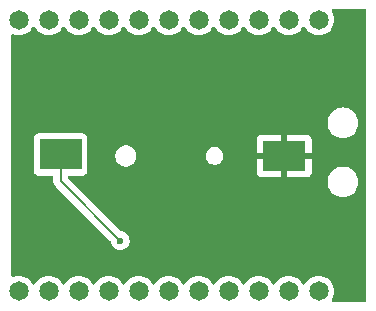
<source format=gbr>
%TF.GenerationSoftware,KiCad,Pcbnew,8.0.0*%
%TF.CreationDate,2024-04-09T10:55:27+02:00*%
%TF.ProjectId,LoraTimerSender,4c6f7261-5469-46d6-9572-53656e646572,rev?*%
%TF.SameCoordinates,Original*%
%TF.FileFunction,Copper,L2,Bot*%
%TF.FilePolarity,Positive*%
%FSLAX46Y46*%
G04 Gerber Fmt 4.6, Leading zero omitted, Abs format (unit mm)*
G04 Created by KiCad (PCBNEW 8.0.0) date 2024-04-09 10:55:27*
%MOMM*%
%LPD*%
G01*
G04 APERTURE LIST*
%TA.AperFunction,ComponentPad*%
%ADD10C,1.650000*%
%TD*%
%TA.AperFunction,SMDPad,CuDef*%
%ADD11R,3.540000X2.600000*%
%TD*%
%TA.AperFunction,SMDPad,CuDef*%
%ADD12R,3.660000X2.600000*%
%TD*%
%TA.AperFunction,ViaPad*%
%ADD13C,0.600000*%
%TD*%
%TA.AperFunction,Conductor*%
%ADD14C,0.200000*%
%TD*%
G04 APERTURE END LIST*
D10*
%TO.P,U1,29,GPIO0*%
%TO.N,unconnected-(U1-GPIO0-Pad29)*%
X124457500Y-99922500D03*
%TO.P,U1,28,GPIO36*%
%TO.N,unconnected-(U1-GPIO36-Pad28)*%
X126997500Y-99922500D03*
%TO.P,U1,27,GPIO35*%
%TO.N,unconnected-(U1-GPIO35-Pad27)*%
X129537500Y-99922500D03*
%TO.P,U1,26,GPIO34*%
%TO.N,unconnected-(U1-GPIO34-Pad26)*%
X132077500Y-99922500D03*
%TO.P,U1,25,GPIO33*%
%TO.N,unconnected-(U1-GPIO33-Pad25)*%
X134617500Y-99922500D03*
%TO.P,U1,24,GPIO47*%
%TO.N,/SDA*%
X137157500Y-99922500D03*
%TO.P,U1,23,GPIO48*%
%TO.N,/SCL*%
X139697500Y-99922500D03*
%TO.P,U1,22,GPIO26*%
%TO.N,unconnected-(U1-GPIO26-Pad22)*%
X142237500Y-99922500D03*
%TO.P,U1,21,GPIO21*%
%TO.N,unconnected-(U1-GPIO21-Pad21)*%
X144777500Y-99922500D03*
%TO.P,U1,20,GPIO20*%
%TO.N,unconnected-(U1-GPIO20-Pad20)*%
X147317500Y-99922500D03*
%TO.P,U1,19,GPIO19*%
%TO.N,unconnected-(U1-GPIO19-Pad19)*%
X149857500Y-99922500D03*
%TO.P,U1,18,GPIO7*%
%TO.N,/SW_3*%
X149857500Y-76902500D03*
%TO.P,U1,17,GPIO6*%
%TO.N,/SW_2*%
X147317500Y-76902500D03*
%TO.P,U1,16,GPIO5*%
%TO.N,/SW_1*%
X144777500Y-76902500D03*
%TO.P,U1,15,GPIO4*%
%TO.N,/SW_COMMON*%
X142237500Y-76902500D03*
%TO.P,U1,14,GPIO3*%
%TO.N,unconnected-(U1-GPIO3-Pad14)*%
X139697500Y-76902500D03*
%TO.P,U1,13,GPIO2*%
%TO.N,unconnected-(U1-GPIO2-Pad13)*%
X137157500Y-76902500D03*
%TO.P,U1,12,GPIO1*%
%TO.N,unconnected-(U1-GPIO1-Pad12)*%
X134617500Y-76902500D03*
%TO.P,U1,11,GPIO38*%
%TO.N,unconnected-(U1-GPIO38-Pad11)*%
X132077500Y-76902500D03*
%TO.P,U1,10,GPIO39*%
%TO.N,unconnected-(U1-GPIO39-Pad10)*%
X129537500Y-76902500D03*
%TO.P,U1,9,GPIO40*%
%TO.N,unconnected-(U1-GPIO40-Pad9)*%
X126997500Y-76902500D03*
%TO.P,U1,8,GPIO41*%
%TO.N,unconnected-(U1-GPIO41-Pad8)*%
X124457500Y-76902500D03*
%TD*%
D11*
%TO.P,J1,+,POS*%
%TO.N,+BATT*%
X128002000Y-88323000D03*
D12*
%TO.P,J1,-,NEG*%
%TO.N,GND*%
X146925000Y-88450000D03*
%TD*%
D13*
%TO.N,+BATT*%
X133050000Y-95612500D03*
%TO.N,GND*%
X152800000Y-87375000D03*
%TD*%
D14*
%TO.N,+BATT*%
X128002000Y-88323000D02*
X128002000Y-90564500D01*
X128002000Y-90564500D02*
X133050000Y-95612500D01*
%TO.N,GND*%
X151725000Y-88450000D02*
X152800000Y-87375000D01*
X146925000Y-88450000D02*
X151725000Y-88450000D01*
%TD*%
%TA.AperFunction,Conductor*%
%TO.N,GND*%
G36*
X153817539Y-75995185D02*
G01*
X153863294Y-76047989D01*
X153874500Y-76099500D01*
X153874500Y-100725500D01*
X153854815Y-100792539D01*
X153802011Y-100838294D01*
X153750500Y-100849500D01*
X151064746Y-100849500D01*
X150997707Y-100829815D01*
X150951952Y-100777011D01*
X150942008Y-100707853D01*
X150963171Y-100654377D01*
X151009798Y-100587786D01*
X151009797Y-100587786D01*
X151009801Y-100587782D01*
X151107820Y-100377579D01*
X151167849Y-100153550D01*
X151188063Y-99922500D01*
X151167849Y-99691450D01*
X151107820Y-99467421D01*
X151009801Y-99257219D01*
X151009799Y-99257216D01*
X151009798Y-99257214D01*
X150876773Y-99067235D01*
X150876768Y-99067229D01*
X150712769Y-98903230D01*
X150712763Y-98903226D01*
X150522782Y-98770199D01*
X150312579Y-98672180D01*
X150312576Y-98672179D01*
X150312574Y-98672178D01*
X150088551Y-98612151D01*
X150088544Y-98612150D01*
X149857502Y-98591937D01*
X149857498Y-98591937D01*
X149626455Y-98612150D01*
X149626448Y-98612151D01*
X149402417Y-98672181D01*
X149192218Y-98770199D01*
X149192214Y-98770201D01*
X149002235Y-98903226D01*
X149002229Y-98903231D01*
X148838231Y-99067229D01*
X148838226Y-99067235D01*
X148705201Y-99257214D01*
X148705198Y-99257220D01*
X148699881Y-99268623D01*
X148653707Y-99321062D01*
X148586513Y-99340212D01*
X148519633Y-99319995D01*
X148475119Y-99268623D01*
X148469801Y-99257220D01*
X148469798Y-99257214D01*
X148336773Y-99067235D01*
X148336768Y-99067229D01*
X148172769Y-98903230D01*
X148172763Y-98903226D01*
X147982782Y-98770199D01*
X147772579Y-98672180D01*
X147772576Y-98672179D01*
X147772574Y-98672178D01*
X147548551Y-98612151D01*
X147548544Y-98612150D01*
X147317502Y-98591937D01*
X147317498Y-98591937D01*
X147086455Y-98612150D01*
X147086448Y-98612151D01*
X146862417Y-98672181D01*
X146652218Y-98770199D01*
X146652214Y-98770201D01*
X146462235Y-98903226D01*
X146462229Y-98903231D01*
X146298231Y-99067229D01*
X146298226Y-99067235D01*
X146165201Y-99257214D01*
X146165198Y-99257220D01*
X146159881Y-99268623D01*
X146113707Y-99321062D01*
X146046513Y-99340212D01*
X145979633Y-99319995D01*
X145935119Y-99268623D01*
X145929801Y-99257220D01*
X145929798Y-99257214D01*
X145796773Y-99067235D01*
X145796768Y-99067229D01*
X145632769Y-98903230D01*
X145632763Y-98903226D01*
X145442782Y-98770199D01*
X145232579Y-98672180D01*
X145232576Y-98672179D01*
X145232574Y-98672178D01*
X145008551Y-98612151D01*
X145008544Y-98612150D01*
X144777502Y-98591937D01*
X144777498Y-98591937D01*
X144546455Y-98612150D01*
X144546448Y-98612151D01*
X144322417Y-98672181D01*
X144112218Y-98770199D01*
X144112214Y-98770201D01*
X143922235Y-98903226D01*
X143922229Y-98903231D01*
X143758231Y-99067229D01*
X143758226Y-99067235D01*
X143625201Y-99257214D01*
X143625198Y-99257220D01*
X143619881Y-99268623D01*
X143573707Y-99321062D01*
X143506513Y-99340212D01*
X143439633Y-99319995D01*
X143395119Y-99268623D01*
X143389801Y-99257220D01*
X143389798Y-99257214D01*
X143256773Y-99067235D01*
X143256768Y-99067229D01*
X143092769Y-98903230D01*
X143092763Y-98903226D01*
X142902782Y-98770199D01*
X142692579Y-98672180D01*
X142692576Y-98672179D01*
X142692574Y-98672178D01*
X142468551Y-98612151D01*
X142468544Y-98612150D01*
X142237502Y-98591937D01*
X142237498Y-98591937D01*
X142006455Y-98612150D01*
X142006448Y-98612151D01*
X141782417Y-98672181D01*
X141572218Y-98770199D01*
X141572214Y-98770201D01*
X141382235Y-98903226D01*
X141382229Y-98903231D01*
X141218231Y-99067229D01*
X141218226Y-99067235D01*
X141085201Y-99257214D01*
X141085198Y-99257220D01*
X141079881Y-99268623D01*
X141033707Y-99321062D01*
X140966513Y-99340212D01*
X140899633Y-99319995D01*
X140855119Y-99268623D01*
X140849801Y-99257220D01*
X140849798Y-99257214D01*
X140716773Y-99067235D01*
X140716768Y-99067229D01*
X140552769Y-98903230D01*
X140552763Y-98903226D01*
X140362782Y-98770199D01*
X140152579Y-98672180D01*
X140152576Y-98672179D01*
X140152574Y-98672178D01*
X139928551Y-98612151D01*
X139928544Y-98612150D01*
X139697502Y-98591937D01*
X139697498Y-98591937D01*
X139466455Y-98612150D01*
X139466448Y-98612151D01*
X139242417Y-98672181D01*
X139032218Y-98770199D01*
X139032214Y-98770201D01*
X138842235Y-98903226D01*
X138842229Y-98903231D01*
X138678231Y-99067229D01*
X138678226Y-99067235D01*
X138545201Y-99257214D01*
X138545198Y-99257220D01*
X138539881Y-99268623D01*
X138493707Y-99321062D01*
X138426513Y-99340212D01*
X138359633Y-99319995D01*
X138315119Y-99268623D01*
X138309801Y-99257220D01*
X138309798Y-99257214D01*
X138176773Y-99067235D01*
X138176768Y-99067229D01*
X138012769Y-98903230D01*
X138012763Y-98903226D01*
X137822782Y-98770199D01*
X137612579Y-98672180D01*
X137612576Y-98672179D01*
X137612574Y-98672178D01*
X137388551Y-98612151D01*
X137388544Y-98612150D01*
X137157502Y-98591937D01*
X137157498Y-98591937D01*
X136926455Y-98612150D01*
X136926448Y-98612151D01*
X136702417Y-98672181D01*
X136492218Y-98770199D01*
X136492214Y-98770201D01*
X136302235Y-98903226D01*
X136302229Y-98903231D01*
X136138231Y-99067229D01*
X136138226Y-99067235D01*
X136005201Y-99257214D01*
X136005198Y-99257220D01*
X135999881Y-99268623D01*
X135953707Y-99321062D01*
X135886513Y-99340212D01*
X135819633Y-99319995D01*
X135775119Y-99268623D01*
X135769801Y-99257220D01*
X135769798Y-99257214D01*
X135636773Y-99067235D01*
X135636768Y-99067229D01*
X135472769Y-98903230D01*
X135472763Y-98903226D01*
X135282782Y-98770199D01*
X135072579Y-98672180D01*
X135072576Y-98672179D01*
X135072574Y-98672178D01*
X134848551Y-98612151D01*
X134848544Y-98612150D01*
X134617502Y-98591937D01*
X134617498Y-98591937D01*
X134386455Y-98612150D01*
X134386448Y-98612151D01*
X134162417Y-98672181D01*
X133952218Y-98770199D01*
X133952214Y-98770201D01*
X133762235Y-98903226D01*
X133762229Y-98903231D01*
X133598231Y-99067229D01*
X133598226Y-99067235D01*
X133465201Y-99257214D01*
X133465198Y-99257220D01*
X133459881Y-99268623D01*
X133413707Y-99321062D01*
X133346513Y-99340212D01*
X133279633Y-99319995D01*
X133235119Y-99268623D01*
X133229801Y-99257220D01*
X133229798Y-99257214D01*
X133096773Y-99067235D01*
X133096768Y-99067229D01*
X132932769Y-98903230D01*
X132932763Y-98903226D01*
X132742782Y-98770199D01*
X132532579Y-98672180D01*
X132532576Y-98672179D01*
X132532574Y-98672178D01*
X132308551Y-98612151D01*
X132308544Y-98612150D01*
X132077502Y-98591937D01*
X132077498Y-98591937D01*
X131846455Y-98612150D01*
X131846448Y-98612151D01*
X131622417Y-98672181D01*
X131412218Y-98770199D01*
X131412214Y-98770201D01*
X131222235Y-98903226D01*
X131222229Y-98903231D01*
X131058231Y-99067229D01*
X131058226Y-99067235D01*
X130925201Y-99257214D01*
X130925198Y-99257220D01*
X130919881Y-99268623D01*
X130873707Y-99321062D01*
X130806513Y-99340212D01*
X130739633Y-99319995D01*
X130695119Y-99268623D01*
X130689801Y-99257220D01*
X130689798Y-99257214D01*
X130556773Y-99067235D01*
X130556768Y-99067229D01*
X130392769Y-98903230D01*
X130392763Y-98903226D01*
X130202782Y-98770199D01*
X129992579Y-98672180D01*
X129992576Y-98672179D01*
X129992574Y-98672178D01*
X129768551Y-98612151D01*
X129768544Y-98612150D01*
X129537502Y-98591937D01*
X129537498Y-98591937D01*
X129306455Y-98612150D01*
X129306448Y-98612151D01*
X129082417Y-98672181D01*
X128872218Y-98770199D01*
X128872214Y-98770201D01*
X128682235Y-98903226D01*
X128682229Y-98903231D01*
X128518231Y-99067229D01*
X128518226Y-99067235D01*
X128385201Y-99257214D01*
X128385198Y-99257220D01*
X128379881Y-99268623D01*
X128333707Y-99321062D01*
X128266513Y-99340212D01*
X128199633Y-99319995D01*
X128155119Y-99268623D01*
X128149801Y-99257220D01*
X128149798Y-99257214D01*
X128016773Y-99067235D01*
X128016768Y-99067229D01*
X127852769Y-98903230D01*
X127852763Y-98903226D01*
X127662782Y-98770199D01*
X127452579Y-98672180D01*
X127452576Y-98672179D01*
X127452574Y-98672178D01*
X127228551Y-98612151D01*
X127228544Y-98612150D01*
X126997502Y-98591937D01*
X126997498Y-98591937D01*
X126766455Y-98612150D01*
X126766448Y-98612151D01*
X126542417Y-98672181D01*
X126332218Y-98770199D01*
X126332214Y-98770201D01*
X126142235Y-98903226D01*
X126142229Y-98903231D01*
X125978231Y-99067229D01*
X125978226Y-99067235D01*
X125845201Y-99257214D01*
X125845198Y-99257220D01*
X125839881Y-99268623D01*
X125793707Y-99321062D01*
X125726513Y-99340212D01*
X125659633Y-99319995D01*
X125615119Y-99268623D01*
X125609801Y-99257220D01*
X125609798Y-99257214D01*
X125476773Y-99067235D01*
X125476768Y-99067229D01*
X125312769Y-98903230D01*
X125312763Y-98903226D01*
X125122782Y-98770199D01*
X124912579Y-98672180D01*
X124912576Y-98672179D01*
X124912574Y-98672178D01*
X124688551Y-98612151D01*
X124688544Y-98612150D01*
X124457502Y-98591937D01*
X124457498Y-98591937D01*
X124226455Y-98612150D01*
X124226448Y-98612151D01*
X124002425Y-98672178D01*
X124002406Y-98672185D01*
X124001891Y-98672426D01*
X124001642Y-98672463D01*
X123997340Y-98674030D01*
X123997024Y-98673164D01*
X123932813Y-98682910D01*
X123869032Y-98654383D01*
X123830799Y-98595901D01*
X123825500Y-98560038D01*
X123825500Y-89670870D01*
X125731500Y-89670870D01*
X125731501Y-89670876D01*
X125737908Y-89730483D01*
X125788202Y-89865328D01*
X125788206Y-89865335D01*
X125874452Y-89980544D01*
X125874455Y-89980547D01*
X125989664Y-90066793D01*
X125989671Y-90066797D01*
X126124517Y-90117091D01*
X126124516Y-90117091D01*
X126131444Y-90117835D01*
X126184127Y-90123500D01*
X127277500Y-90123499D01*
X127344539Y-90143184D01*
X127390294Y-90195987D01*
X127401500Y-90247499D01*
X127401500Y-90477830D01*
X127401499Y-90477848D01*
X127401499Y-90643554D01*
X127401498Y-90643554D01*
X127401499Y-90643557D01*
X127442423Y-90796285D01*
X127469114Y-90842515D01*
X127469114Y-90842516D01*
X127521475Y-90933209D01*
X127521481Y-90933217D01*
X127640349Y-91052085D01*
X127640355Y-91052090D01*
X132219298Y-95631033D01*
X132252783Y-95692356D01*
X132254837Y-95704830D01*
X132264630Y-95791749D01*
X132324210Y-95962021D01*
X132420184Y-96114762D01*
X132547738Y-96242316D01*
X132700478Y-96338289D01*
X132870745Y-96397868D01*
X132870750Y-96397869D01*
X133049996Y-96418065D01*
X133050000Y-96418065D01*
X133050004Y-96418065D01*
X133229249Y-96397869D01*
X133229252Y-96397868D01*
X133229255Y-96397868D01*
X133399522Y-96338289D01*
X133552262Y-96242316D01*
X133679816Y-96114762D01*
X133775789Y-95962022D01*
X133835368Y-95791755D01*
X133845162Y-95704830D01*
X133855565Y-95612503D01*
X133855565Y-95612496D01*
X133835369Y-95433250D01*
X133835368Y-95433245D01*
X133775788Y-95262976D01*
X133679815Y-95110237D01*
X133552262Y-94982684D01*
X133399521Y-94886710D01*
X133229249Y-94827130D01*
X133142330Y-94817337D01*
X133077916Y-94790270D01*
X133068533Y-94781798D01*
X128936736Y-90650001D01*
X150607032Y-90650001D01*
X150626864Y-90876686D01*
X150626866Y-90876697D01*
X150685758Y-91096488D01*
X150685761Y-91096497D01*
X150781931Y-91302732D01*
X150781932Y-91302734D01*
X150912454Y-91489141D01*
X151073358Y-91650045D01*
X151073361Y-91650047D01*
X151259766Y-91780568D01*
X151466004Y-91876739D01*
X151685808Y-91935635D01*
X151847730Y-91949801D01*
X151912498Y-91955468D01*
X151912500Y-91955468D01*
X151912502Y-91955468D01*
X151969173Y-91950509D01*
X152139192Y-91935635D01*
X152358996Y-91876739D01*
X152565234Y-91780568D01*
X152751639Y-91650047D01*
X152912547Y-91489139D01*
X153043068Y-91302734D01*
X153139239Y-91096496D01*
X153198135Y-90876692D01*
X153217968Y-90650000D01*
X153198135Y-90423308D01*
X153139239Y-90203504D01*
X153043068Y-89997266D01*
X152912547Y-89810861D01*
X152912545Y-89810858D01*
X152751641Y-89649954D01*
X152565234Y-89519432D01*
X152565232Y-89519431D01*
X152358997Y-89423261D01*
X152358988Y-89423258D01*
X152139197Y-89364366D01*
X152139193Y-89364365D01*
X152139192Y-89364365D01*
X152139191Y-89364364D01*
X152139186Y-89364364D01*
X151912502Y-89344532D01*
X151912498Y-89344532D01*
X151685813Y-89364364D01*
X151685802Y-89364366D01*
X151466011Y-89423258D01*
X151466002Y-89423261D01*
X151259767Y-89519431D01*
X151259765Y-89519432D01*
X151073358Y-89649954D01*
X150912454Y-89810858D01*
X150781932Y-89997265D01*
X150781931Y-89997267D01*
X150685761Y-90203502D01*
X150685758Y-90203511D01*
X150626866Y-90423302D01*
X150626864Y-90423313D01*
X150607032Y-90649998D01*
X150607032Y-90650001D01*
X128936736Y-90650001D01*
X128638819Y-90352084D01*
X128605334Y-90290761D01*
X128602500Y-90264403D01*
X128602500Y-90247499D01*
X128622185Y-90180460D01*
X128674989Y-90134705D01*
X128726500Y-90123499D01*
X129819871Y-90123499D01*
X129819872Y-90123499D01*
X129879483Y-90117091D01*
X130014331Y-90066796D01*
X130129546Y-89980546D01*
X130215796Y-89865331D01*
X130266091Y-89730483D01*
X130272500Y-89670873D01*
X130272500Y-88538695D01*
X132626500Y-88538695D01*
X132661103Y-88712658D01*
X132661106Y-88712667D01*
X132728983Y-88876540D01*
X132728990Y-88876553D01*
X132827535Y-89024034D01*
X132827538Y-89024038D01*
X132952961Y-89149461D01*
X132952965Y-89149464D01*
X133100446Y-89248009D01*
X133100459Y-89248016D01*
X133223363Y-89298923D01*
X133264334Y-89315894D01*
X133264336Y-89315894D01*
X133264341Y-89315896D01*
X133438304Y-89350499D01*
X133438307Y-89350500D01*
X133438309Y-89350500D01*
X133615693Y-89350500D01*
X133615694Y-89350499D01*
X133673682Y-89338964D01*
X133789658Y-89315896D01*
X133789661Y-89315894D01*
X133789666Y-89315894D01*
X133953547Y-89248013D01*
X134101035Y-89149464D01*
X134226464Y-89024035D01*
X134325013Y-88876547D01*
X134392894Y-88712666D01*
X134395414Y-88700000D01*
X134427499Y-88538695D01*
X134427500Y-88538693D01*
X134427500Y-88523920D01*
X140276499Y-88523920D01*
X140305340Y-88668907D01*
X140305343Y-88668917D01*
X140361912Y-88805488D01*
X140361919Y-88805501D01*
X140444048Y-88928415D01*
X140444051Y-88928419D01*
X140548580Y-89032948D01*
X140548584Y-89032951D01*
X140671498Y-89115080D01*
X140671511Y-89115087D01*
X140808082Y-89171656D01*
X140808087Y-89171658D01*
X140808091Y-89171658D01*
X140808092Y-89171659D01*
X140953079Y-89200500D01*
X140953082Y-89200500D01*
X141100920Y-89200500D01*
X141198462Y-89181096D01*
X141245913Y-89171658D01*
X141382495Y-89115084D01*
X141505416Y-89032951D01*
X141609951Y-88928416D01*
X141692084Y-88805495D01*
X141735781Y-88700000D01*
X144595000Y-88700000D01*
X144595000Y-89797844D01*
X144601401Y-89857372D01*
X144601403Y-89857379D01*
X144651645Y-89992086D01*
X144651649Y-89992093D01*
X144737809Y-90107187D01*
X144737812Y-90107190D01*
X144852906Y-90193350D01*
X144852913Y-90193354D01*
X144987620Y-90243596D01*
X144987627Y-90243598D01*
X145047155Y-90249999D01*
X145047172Y-90250000D01*
X146675000Y-90250000D01*
X146675000Y-88700000D01*
X147175000Y-88700000D01*
X147175000Y-90250000D01*
X148802828Y-90250000D01*
X148802844Y-90249999D01*
X148862372Y-90243598D01*
X148862379Y-90243596D01*
X148997086Y-90193354D01*
X148997093Y-90193350D01*
X149112187Y-90107190D01*
X149112190Y-90107187D01*
X149198350Y-89992093D01*
X149198354Y-89992086D01*
X149248596Y-89857379D01*
X149248598Y-89857372D01*
X149254999Y-89797844D01*
X149255000Y-89797827D01*
X149255000Y-88700000D01*
X147175000Y-88700000D01*
X146675000Y-88700000D01*
X144595000Y-88700000D01*
X141735781Y-88700000D01*
X141748658Y-88668913D01*
X141774561Y-88538693D01*
X141777500Y-88523920D01*
X141777500Y-88376079D01*
X141748659Y-88231092D01*
X141748658Y-88231091D01*
X141748658Y-88231087D01*
X141748656Y-88231082D01*
X141735782Y-88200000D01*
X144595000Y-88200000D01*
X146675000Y-88200000D01*
X146675000Y-86650000D01*
X147175000Y-86650000D01*
X147175000Y-88200000D01*
X149255000Y-88200000D01*
X149255000Y-87102172D01*
X149254999Y-87102155D01*
X149248598Y-87042627D01*
X149248596Y-87042620D01*
X149198354Y-86907913D01*
X149198350Y-86907906D01*
X149112190Y-86792812D01*
X149112187Y-86792809D01*
X148997093Y-86706649D01*
X148997086Y-86706645D01*
X148862379Y-86656403D01*
X148862372Y-86656401D01*
X148802844Y-86650000D01*
X147175000Y-86650000D01*
X146675000Y-86650000D01*
X145047155Y-86650000D01*
X144987627Y-86656401D01*
X144987620Y-86656403D01*
X144852913Y-86706645D01*
X144852906Y-86706649D01*
X144737812Y-86792809D01*
X144737809Y-86792812D01*
X144651649Y-86907906D01*
X144651645Y-86907913D01*
X144601403Y-87042620D01*
X144601401Y-87042627D01*
X144595000Y-87102155D01*
X144595000Y-88200000D01*
X141735782Y-88200000D01*
X141692087Y-88094511D01*
X141692080Y-88094498D01*
X141609951Y-87971584D01*
X141609948Y-87971580D01*
X141505419Y-87867051D01*
X141505415Y-87867048D01*
X141382501Y-87784919D01*
X141382488Y-87784912D01*
X141245917Y-87728343D01*
X141245907Y-87728340D01*
X141100920Y-87699500D01*
X141100918Y-87699500D01*
X140953082Y-87699500D01*
X140953080Y-87699500D01*
X140808092Y-87728340D01*
X140808082Y-87728343D01*
X140671511Y-87784912D01*
X140671498Y-87784919D01*
X140548584Y-87867048D01*
X140548580Y-87867051D01*
X140444051Y-87971580D01*
X140444048Y-87971584D01*
X140361919Y-88094498D01*
X140361912Y-88094511D01*
X140305343Y-88231082D01*
X140305340Y-88231092D01*
X140276500Y-88376079D01*
X140276500Y-88376082D01*
X140276500Y-88523918D01*
X140276500Y-88523920D01*
X140276499Y-88523920D01*
X134427500Y-88523920D01*
X134427500Y-88361306D01*
X134427499Y-88361304D01*
X134392896Y-88187341D01*
X134392893Y-88187332D01*
X134325016Y-88023459D01*
X134325009Y-88023446D01*
X134226464Y-87875965D01*
X134226461Y-87875961D01*
X134101038Y-87750538D01*
X134101034Y-87750535D01*
X133953553Y-87651990D01*
X133953540Y-87651983D01*
X133789667Y-87584106D01*
X133789658Y-87584103D01*
X133615694Y-87549500D01*
X133615691Y-87549500D01*
X133438309Y-87549500D01*
X133438306Y-87549500D01*
X133264341Y-87584103D01*
X133264332Y-87584106D01*
X133100459Y-87651983D01*
X133100446Y-87651990D01*
X132952965Y-87750535D01*
X132952961Y-87750538D01*
X132827538Y-87875961D01*
X132827535Y-87875965D01*
X132728990Y-88023446D01*
X132728983Y-88023459D01*
X132661106Y-88187332D01*
X132661103Y-88187341D01*
X132626500Y-88361304D01*
X132626500Y-88538695D01*
X130272500Y-88538695D01*
X130272499Y-86975128D01*
X130266091Y-86915517D01*
X130263252Y-86907906D01*
X130215797Y-86780671D01*
X130215793Y-86780664D01*
X130129547Y-86665455D01*
X130129544Y-86665452D01*
X130014335Y-86579206D01*
X130014328Y-86579202D01*
X129879482Y-86528908D01*
X129879483Y-86528908D01*
X129819883Y-86522501D01*
X129819881Y-86522500D01*
X129819873Y-86522500D01*
X129819864Y-86522500D01*
X126184129Y-86522500D01*
X126184123Y-86522501D01*
X126124516Y-86528908D01*
X125989671Y-86579202D01*
X125989664Y-86579206D01*
X125874455Y-86665452D01*
X125874452Y-86665455D01*
X125788206Y-86780664D01*
X125788202Y-86780671D01*
X125737908Y-86915517D01*
X125731501Y-86975116D01*
X125731501Y-86975123D01*
X125731500Y-86975135D01*
X125731500Y-89670870D01*
X123825500Y-89670870D01*
X123825500Y-85650001D01*
X150607032Y-85650001D01*
X150626864Y-85876686D01*
X150626866Y-85876697D01*
X150685758Y-86096488D01*
X150685761Y-86096497D01*
X150781931Y-86302732D01*
X150781932Y-86302734D01*
X150912454Y-86489141D01*
X151073358Y-86650045D01*
X151082438Y-86656403D01*
X151259766Y-86780568D01*
X151466004Y-86876739D01*
X151685808Y-86935635D01*
X151847730Y-86949801D01*
X151912498Y-86955468D01*
X151912500Y-86955468D01*
X151912502Y-86955468D01*
X151969173Y-86950509D01*
X152139192Y-86935635D01*
X152358996Y-86876739D01*
X152565234Y-86780568D01*
X152751639Y-86650047D01*
X152912547Y-86489139D01*
X153043068Y-86302734D01*
X153139239Y-86096496D01*
X153198135Y-85876692D01*
X153217968Y-85650000D01*
X153198135Y-85423308D01*
X153139239Y-85203504D01*
X153043068Y-84997266D01*
X152912547Y-84810861D01*
X152912545Y-84810858D01*
X152751641Y-84649954D01*
X152565234Y-84519432D01*
X152565232Y-84519431D01*
X152358997Y-84423261D01*
X152358988Y-84423258D01*
X152139197Y-84364366D01*
X152139193Y-84364365D01*
X152139192Y-84364365D01*
X152139191Y-84364364D01*
X152139186Y-84364364D01*
X151912502Y-84344532D01*
X151912498Y-84344532D01*
X151685813Y-84364364D01*
X151685802Y-84364366D01*
X151466011Y-84423258D01*
X151466002Y-84423261D01*
X151259767Y-84519431D01*
X151259765Y-84519432D01*
X151073358Y-84649954D01*
X150912454Y-84810858D01*
X150781932Y-84997265D01*
X150781931Y-84997267D01*
X150685761Y-85203502D01*
X150685758Y-85203511D01*
X150626866Y-85423302D01*
X150626864Y-85423313D01*
X150607032Y-85649998D01*
X150607032Y-85650001D01*
X123825500Y-85650001D01*
X123825500Y-78264961D01*
X123845185Y-78197922D01*
X123897989Y-78152167D01*
X123967147Y-78142223D01*
X123997247Y-78151192D01*
X123997329Y-78150967D01*
X124001112Y-78152344D01*
X124001909Y-78152581D01*
X124002421Y-78152820D01*
X124226450Y-78212849D01*
X124391485Y-78227287D01*
X124457498Y-78233063D01*
X124457500Y-78233063D01*
X124457502Y-78233063D01*
X124515262Y-78228009D01*
X124688550Y-78212849D01*
X124912579Y-78152820D01*
X125122782Y-78054801D01*
X125312769Y-77921770D01*
X125476770Y-77757769D01*
X125609801Y-77567782D01*
X125615118Y-77556378D01*
X125661290Y-77503940D01*
X125728484Y-77484788D01*
X125795365Y-77505004D01*
X125839881Y-77556378D01*
X125845199Y-77567782D01*
X125978230Y-77757769D01*
X126142231Y-77921770D01*
X126332218Y-78054801D01*
X126542421Y-78152820D01*
X126766450Y-78212849D01*
X126931485Y-78227287D01*
X126997498Y-78233063D01*
X126997500Y-78233063D01*
X126997502Y-78233063D01*
X127055262Y-78228009D01*
X127228550Y-78212849D01*
X127452579Y-78152820D01*
X127662782Y-78054801D01*
X127852769Y-77921770D01*
X128016770Y-77757769D01*
X128149801Y-77567782D01*
X128155118Y-77556378D01*
X128201290Y-77503940D01*
X128268484Y-77484788D01*
X128335365Y-77505004D01*
X128379881Y-77556378D01*
X128385199Y-77567782D01*
X128518230Y-77757769D01*
X128682231Y-77921770D01*
X128872218Y-78054801D01*
X129082421Y-78152820D01*
X129306450Y-78212849D01*
X129471485Y-78227287D01*
X129537498Y-78233063D01*
X129537500Y-78233063D01*
X129537502Y-78233063D01*
X129595262Y-78228009D01*
X129768550Y-78212849D01*
X129992579Y-78152820D01*
X130202782Y-78054801D01*
X130392769Y-77921770D01*
X130556770Y-77757769D01*
X130689801Y-77567782D01*
X130695118Y-77556378D01*
X130741290Y-77503940D01*
X130808484Y-77484788D01*
X130875365Y-77505004D01*
X130919881Y-77556378D01*
X130925199Y-77567782D01*
X131058230Y-77757769D01*
X131222231Y-77921770D01*
X131412218Y-78054801D01*
X131622421Y-78152820D01*
X131846450Y-78212849D01*
X132011485Y-78227287D01*
X132077498Y-78233063D01*
X132077500Y-78233063D01*
X132077502Y-78233063D01*
X132135262Y-78228009D01*
X132308550Y-78212849D01*
X132532579Y-78152820D01*
X132742782Y-78054801D01*
X132932769Y-77921770D01*
X133096770Y-77757769D01*
X133229801Y-77567782D01*
X133235118Y-77556378D01*
X133281290Y-77503940D01*
X133348484Y-77484788D01*
X133415365Y-77505004D01*
X133459881Y-77556378D01*
X133465199Y-77567782D01*
X133598230Y-77757769D01*
X133762231Y-77921770D01*
X133952218Y-78054801D01*
X134162421Y-78152820D01*
X134386450Y-78212849D01*
X134551485Y-78227287D01*
X134617498Y-78233063D01*
X134617500Y-78233063D01*
X134617502Y-78233063D01*
X134675262Y-78228009D01*
X134848550Y-78212849D01*
X135072579Y-78152820D01*
X135282782Y-78054801D01*
X135472769Y-77921770D01*
X135636770Y-77757769D01*
X135769801Y-77567782D01*
X135775118Y-77556378D01*
X135821290Y-77503940D01*
X135888484Y-77484788D01*
X135955365Y-77505004D01*
X135999881Y-77556378D01*
X136005199Y-77567782D01*
X136138230Y-77757769D01*
X136302231Y-77921770D01*
X136492218Y-78054801D01*
X136702421Y-78152820D01*
X136926450Y-78212849D01*
X137091485Y-78227287D01*
X137157498Y-78233063D01*
X137157500Y-78233063D01*
X137157502Y-78233063D01*
X137215262Y-78228009D01*
X137388550Y-78212849D01*
X137612579Y-78152820D01*
X137822782Y-78054801D01*
X138012769Y-77921770D01*
X138176770Y-77757769D01*
X138309801Y-77567782D01*
X138315118Y-77556378D01*
X138361290Y-77503940D01*
X138428484Y-77484788D01*
X138495365Y-77505004D01*
X138539881Y-77556378D01*
X138545199Y-77567782D01*
X138678230Y-77757769D01*
X138842231Y-77921770D01*
X139032218Y-78054801D01*
X139242421Y-78152820D01*
X139466450Y-78212849D01*
X139631485Y-78227287D01*
X139697498Y-78233063D01*
X139697500Y-78233063D01*
X139697502Y-78233063D01*
X139755262Y-78228009D01*
X139928550Y-78212849D01*
X140152579Y-78152820D01*
X140362782Y-78054801D01*
X140552769Y-77921770D01*
X140716770Y-77757769D01*
X140849801Y-77567782D01*
X140855118Y-77556378D01*
X140901290Y-77503940D01*
X140968484Y-77484788D01*
X141035365Y-77505004D01*
X141079881Y-77556378D01*
X141085199Y-77567782D01*
X141218230Y-77757769D01*
X141382231Y-77921770D01*
X141572218Y-78054801D01*
X141782421Y-78152820D01*
X142006450Y-78212849D01*
X142171485Y-78227287D01*
X142237498Y-78233063D01*
X142237500Y-78233063D01*
X142237502Y-78233063D01*
X142295262Y-78228009D01*
X142468550Y-78212849D01*
X142692579Y-78152820D01*
X142902782Y-78054801D01*
X143092769Y-77921770D01*
X143256770Y-77757769D01*
X143389801Y-77567782D01*
X143395118Y-77556378D01*
X143441290Y-77503940D01*
X143508484Y-77484788D01*
X143575365Y-77505004D01*
X143619881Y-77556378D01*
X143625199Y-77567782D01*
X143758230Y-77757769D01*
X143922231Y-77921770D01*
X144112218Y-78054801D01*
X144322421Y-78152820D01*
X144546450Y-78212849D01*
X144711485Y-78227287D01*
X144777498Y-78233063D01*
X144777500Y-78233063D01*
X144777502Y-78233063D01*
X144835262Y-78228009D01*
X145008550Y-78212849D01*
X145232579Y-78152820D01*
X145442782Y-78054801D01*
X145632769Y-77921770D01*
X145796770Y-77757769D01*
X145929801Y-77567782D01*
X145935118Y-77556378D01*
X145981290Y-77503940D01*
X146048484Y-77484788D01*
X146115365Y-77505004D01*
X146159881Y-77556378D01*
X146165199Y-77567782D01*
X146298230Y-77757769D01*
X146462231Y-77921770D01*
X146652218Y-78054801D01*
X146862421Y-78152820D01*
X147086450Y-78212849D01*
X147251485Y-78227287D01*
X147317498Y-78233063D01*
X147317500Y-78233063D01*
X147317502Y-78233063D01*
X147375262Y-78228009D01*
X147548550Y-78212849D01*
X147772579Y-78152820D01*
X147982782Y-78054801D01*
X148172769Y-77921770D01*
X148336770Y-77757769D01*
X148469801Y-77567782D01*
X148475118Y-77556378D01*
X148521290Y-77503940D01*
X148588484Y-77484788D01*
X148655365Y-77505004D01*
X148699881Y-77556378D01*
X148705199Y-77567782D01*
X148838230Y-77757769D01*
X149002231Y-77921770D01*
X149192218Y-78054801D01*
X149402421Y-78152820D01*
X149626450Y-78212849D01*
X149791485Y-78227287D01*
X149857498Y-78233063D01*
X149857500Y-78233063D01*
X149857502Y-78233063D01*
X149915262Y-78228009D01*
X150088550Y-78212849D01*
X150312579Y-78152820D01*
X150522782Y-78054801D01*
X150712769Y-77921770D01*
X150876770Y-77757769D01*
X151009801Y-77567782D01*
X151107820Y-77357579D01*
X151167849Y-77133550D01*
X151188063Y-76902500D01*
X151167849Y-76671450D01*
X151107820Y-76447421D01*
X151009801Y-76237219D01*
X150963169Y-76170622D01*
X150940843Y-76104418D01*
X150957853Y-76036650D01*
X151008801Y-75988837D01*
X151064745Y-75975500D01*
X153750500Y-75975500D01*
X153817539Y-75995185D01*
G37*
%TD.AperFunction*%
%TD*%
M02*

</source>
